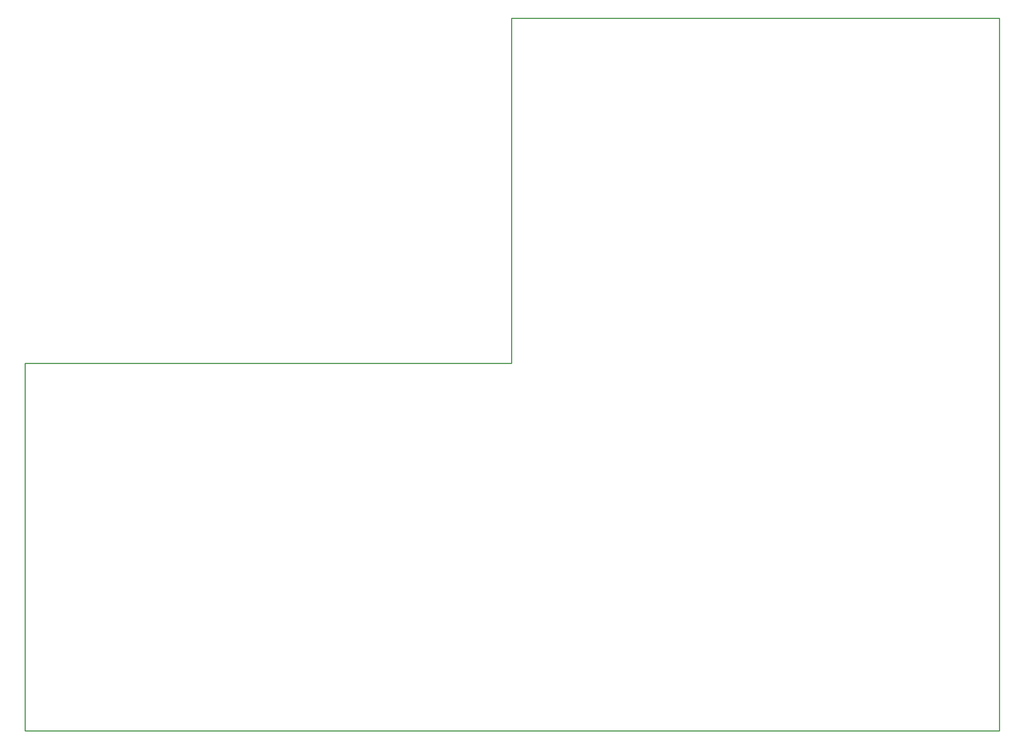
<source format=gko>
G04 Layer_Color=16711935*
%FSLAX25Y25*%
%MOIN*%
G70*
G01*
G75*
%ADD57C,0.01000*%
D57*
X0Y0D02*
Y343209D01*
X454036D01*
Y665354D01*
X909350D01*
Y0D02*
Y665354D01*
X0Y0D02*
X909350D01*
M02*

</source>
